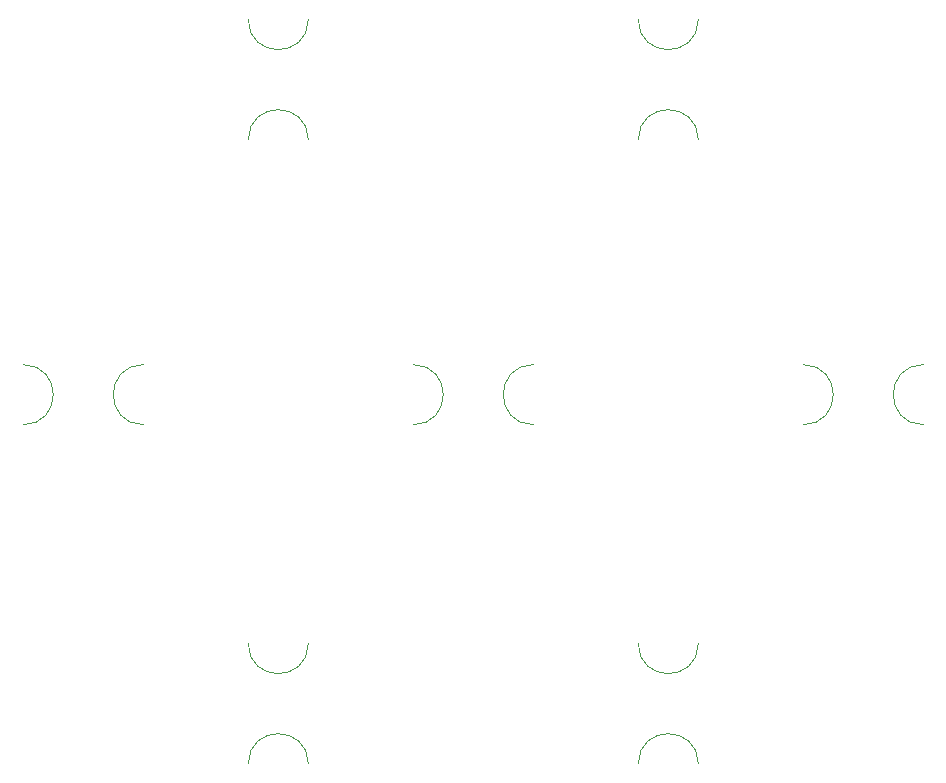
<source format=gbr>
G04 #@! TF.GenerationSoftware,KiCad,Pcbnew,(5.1.6)-1*
G04 #@! TF.CreationDate,2020-10-29T18:05:45+08:00*
G04 #@! TF.ProjectId,panelized,70616e65-6c69-47a6-9564-2e6b69636164,rev?*
G04 #@! TF.SameCoordinates,Original*
G04 #@! TF.FileFunction,Other,ECO2*
%FSLAX46Y46*%
G04 Gerber Fmt 4.6, Leading zero omitted, Abs format (unit mm)*
G04 Created by KiCad (PCBNEW (5.1.6)-1) date 2020-10-29 18:05:45*
%MOMM*%
%LPD*%
G01*
G04 APERTURE LIST*
%ADD10C,0.120000*%
G04 APERTURE END LIST*
D10*
X113030000Y-130429000D02*
G75*
G02*
X107950000Y-130429000I-2540000J0D01*
G01*
X107950000Y-140589000D02*
G75*
G02*
X113030000Y-140589000I2540000J0D01*
G01*
X146050000Y-130429000D02*
G75*
G02*
X140970000Y-130429000I-2540000J0D01*
G01*
X140970000Y-140589000D02*
G75*
G02*
X146050000Y-140589000I2540000J0D01*
G01*
X113030000Y-77597000D02*
G75*
G02*
X107950000Y-77597000I-2540000J0D01*
G01*
X107950000Y-87757000D02*
G75*
G02*
X113030000Y-87757000I2540000J0D01*
G01*
X146050000Y-77597000D02*
G75*
G02*
X140970000Y-77597000I-2540000J0D01*
G01*
X140970000Y-87757000D02*
G75*
G02*
X146050000Y-87757000I2540000J0D01*
G01*
X88900000Y-106807000D02*
G75*
G02*
X88900000Y-111887000I0J-2540000D01*
G01*
X99060000Y-111887000D02*
G75*
G02*
X99060000Y-106807000I0J2540000D01*
G01*
X121920000Y-106807000D02*
G75*
G02*
X121920000Y-111887000I0J-2540000D01*
G01*
X132080000Y-111887000D02*
G75*
G02*
X132080000Y-106807000I0J2540000D01*
G01*
X154940000Y-106807000D02*
G75*
G02*
X154940000Y-111887000I0J-2540000D01*
G01*
X165100000Y-111887000D02*
G75*
G02*
X165100000Y-106807000I0J2540000D01*
G01*
M02*

</source>
